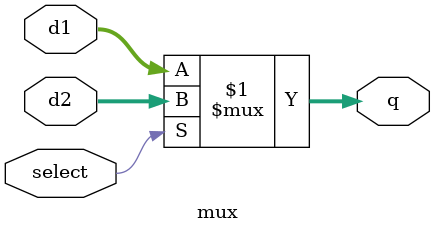
<source format=v>
`timescale 1ns / 1ps
module mux(
// Lsita Porturi
input           select	, //Selectie
input [2:0]     d1		, //Semnal de intrare 1
input [2:0]     d2		, //Semnal de intrare 2
output[2:0]     q			  //Iesire
);

//Modelare iesire multiplexor
assign q = (select)?  d2 : d1;

endmodule //end mux

</source>
